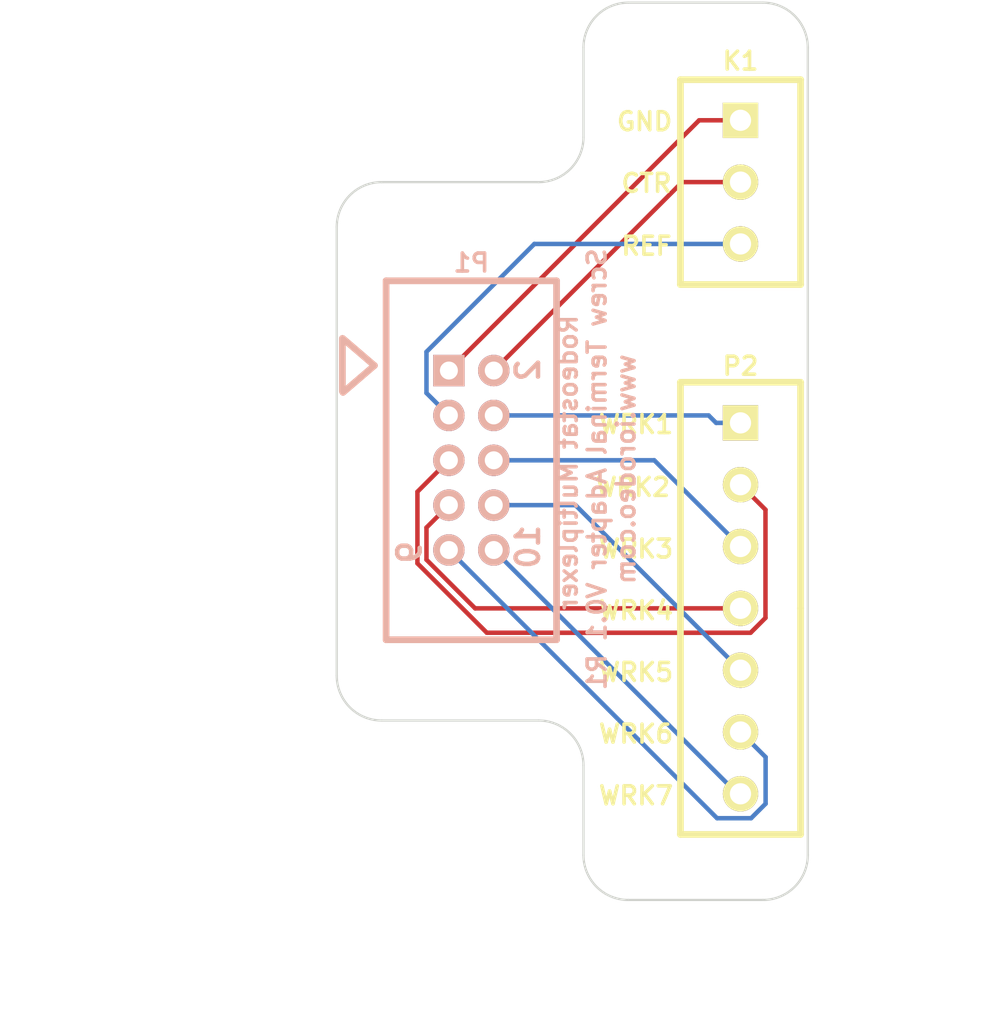
<source format=kicad_pcb>
(kicad_pcb (version 3) (host pcbnew "(2013-jul-07)-stable")

  (general
    (links 10)
    (no_connects 0)
    (area 32.334288 50.736499 90.855713 101.663501)
    (thickness 1.6)
    (drawings 31)
    (tracks 33)
    (zones 0)
    (modules 3)
    (nets 11)
  )

  (page A3)
  (layers
    (15 F.Cu signal)
    (0 B.Cu signal)
    (16 B.Adhes user)
    (17 F.Adhes user)
    (18 B.Paste user)
    (19 F.Paste user)
    (20 B.SilkS user)
    (21 F.SilkS user)
    (22 B.Mask user)
    (23 F.Mask user)
    (24 Dwgs.User user)
    (25 Cmts.User user)
    (26 Eco1.User user)
    (27 Eco2.User user)
    (28 Edge.Cuts user)
  )

  (setup
    (last_trace_width 0.254)
    (trace_clearance 0.254)
    (zone_clearance 0.508)
    (zone_45_only no)
    (trace_min 0.254)
    (segment_width 0.2)
    (edge_width 0.127)
    (via_size 0.889)
    (via_drill 0.635)
    (via_min_size 0.889)
    (via_min_drill 0.508)
    (uvia_size 0.508)
    (uvia_drill 0.127)
    (uvias_allowed no)
    (uvia_min_size 0.508)
    (uvia_min_drill 0.127)
    (pcb_text_width 0.2032)
    (pcb_text_size 1.016 1.016)
    (mod_edge_width 0.15)
    (mod_text_size 1 1)
    (mod_text_width 0.15)
    (pad_size 1.5 1.5)
    (pad_drill 0.6)
    (pad_to_mask_clearance 0)
    (aux_axis_origin 0 0)
    (visible_elements FFFFFFBF)
    (pcbplotparams
      (layerselection 284196865)
      (usegerberextensions true)
      (excludeedgelayer true)
      (linewidth 0.150000)
      (plotframeref false)
      (viasonmask false)
      (mode 1)
      (useauxorigin false)
      (hpglpennumber 1)
      (hpglpenspeed 20)
      (hpglpendiameter 15)
      (hpglpenoverlay 2)
      (psnegative false)
      (psa4output false)
      (plotreference true)
      (plotvalue true)
      (plotothertext true)
      (plotinvisibletext false)
      (padsonsilk false)
      (subtractmaskfromsilk false)
      (outputformat 1)
      (mirror false)
      (drillshape 0)
      (scaleselection 1)
      (outputdirectory gerber_v0p1/))
  )

  (net 0 "")
  (net 1 /CTR_SW)
  (net 2 /GND)
  (net 3 /REF_SW)
  (net 4 /WRK_1)
  (net 5 /WRK_2)
  (net 6 /WRK_3)
  (net 7 /WRK_4)
  (net 8 /WRK_5)
  (net 9 /WRK_6)
  (net 10 /WRK_7)

  (net_class Default "This is the default net class."
    (clearance 0.254)
    (trace_width 0.254)
    (via_dia 0.889)
    (via_drill 0.635)
    (uvia_dia 0.508)
    (uvia_drill 0.127)
    (add_net "")
    (add_net /CTR_SW)
    (add_net /GND)
    (add_net /REF_SW)
    (add_net /WRK_1)
    (add_net /WRK_2)
    (add_net /WRK_3)
    (add_net /WRK_4)
    (add_net /WRK_5)
    (add_net /WRK_6)
    (add_net /WRK_7)
  )

  (module CONNBLOCK7 (layer F.Cu) (tedit 5C3EAD95) (tstamp 5C3EAAA9)
    (at 73.66 85.09 270)
    (path /5C3EA415)
    (fp_text reference P2 (at -13.716 0 360) (layer F.SilkS)
      (effects (font (size 1.016 1.016) (thickness 0.2032)))
    )
    (fp_text value CONN_7 (at 0.1 5 270) (layer F.SilkS) hide
      (effects (font (size 1 1) (thickness 0.15)))
    )
    (fp_line (start 0 -3.4) (end -12.8 -3.4) (layer F.SilkS) (width 0.381))
    (fp_line (start -12.8 -3.4) (end -12.8 3.4) (layer F.SilkS) (width 0.381))
    (fp_line (start -12.8 3.4) (end 12.8 3.4) (layer F.SilkS) (width 0.381))
    (fp_line (start 12.8 3.4) (end 12.8 -3.4) (layer F.SilkS) (width 0.381))
    (fp_line (start 12.8 -3.4) (end 0 -3.4) (layer F.SilkS) (width 0.381))
    (pad 1 thru_hole rect (at -10.5 0 270) (size 2 2) (drill 1.2)
      (layers *.Cu *.Mask F.SilkS)
      (net 4 /WRK_1)
    )
    (pad 2 thru_hole circle (at -7 0 270) (size 2 2) (drill 1.2)
      (layers *.Cu *.Mask F.SilkS)
      (net 5 /WRK_2)
    )
    (pad 3 thru_hole circle (at -3.5 0 270) (size 2 2) (drill 1.2)
      (layers *.Cu *.Mask F.SilkS)
      (net 6 /WRK_3)
    )
    (pad 4 thru_hole circle (at 0 0 270) (size 2 2) (drill 1.2)
      (layers *.Cu *.Mask F.SilkS)
      (net 7 /WRK_4)
    )
    (pad 5 thru_hole circle (at 3.5 0 270) (size 2 2) (drill 1.2)
      (layers *.Cu *.Mask F.SilkS)
      (net 8 /WRK_5)
    )
    (pad 6 thru_hole circle (at 7 0 270) (size 2 2) (drill 1.2)
      (layers *.Cu *.Mask F.SilkS)
      (net 9 /WRK_6)
    )
    (pad 7 thru_hole circle (at 10.5 0 270) (size 2 2) (drill 1.2)
      (layers *.Cu *.Mask F.SilkS)
      (net 10 /WRK_7)
    )
  )

  (module CONNBLOCK3 (layer F.Cu) (tedit 5C3EAD78) (tstamp 5C3EAAB4)
    (at 73.66 60.96 270)
    (path /5C3EA406)
    (fp_text reference K1 (at -6.858 0 360) (layer F.SilkS)
      (effects (font (size 1.016 1.016) (thickness 0.2032)))
    )
    (fp_text value CONN_3 (at -0.20066 -5.40004 270) (layer F.SilkS) hide
      (effects (font (size 1.524 1.524) (thickness 0.3048)))
    )
    (fp_line (start -5.79882 -3.40106) (end -5.79882 3.40106) (layer F.SilkS) (width 0.381))
    (fp_line (start -5.79882 3.40106) (end 5.79882 3.40106) (layer F.SilkS) (width 0.381))
    (fp_line (start 5.79882 3.40106) (end 5.79882 -3.40106) (layer F.SilkS) (width 0.381))
    (fp_line (start 5.79882 -3.40106) (end -5.79882 -3.40106) (layer F.SilkS) (width 0.381))
    (pad 2 thru_hole circle (at 0 0 270) (size 2 2) (drill 1.2)
      (layers *.Cu *.Mask F.SilkS)
      (net 1 /CTR_SW)
    )
    (pad 1 thru_hole rect (at -3.50012 0 270) (size 2 2) (drill 1.2)
      (layers *.Cu *.Mask F.SilkS)
      (net 2 /GND)
    )
    (pad 3 thru_hole circle (at 3.50012 0 270) (size 2 2) (drill 1.2)
      (layers *.Cu *.Mask F.SilkS)
      (net 3 /REF_SW)
    )
  )

  (module 5X2_SHRD_HEADER_FEMALE (layer B.Cu) (tedit 5C3EADAB) (tstamp 5C3EABFB)
    (at 58.42 76.2 90)
    (path /5C3EA35D)
    (fp_text reference P1 (at 10.668 0 180) (layer B.SilkS)
      (effects (font (size 1.016 1.016) (thickness 0.2032)) (justify mirror))
    )
    (fp_text value CONN_5X2 (at -5.842 -6.604 90) (layer B.SilkS) hide
      (effects (font (size 1.524 1.524) (thickness 0.3048)) (justify mirror))
    )
    (fp_line (start 9.652 4.826) (end -10.668 4.826) (layer B.SilkS) (width 0.381))
    (fp_line (start -10.668 4.826) (end -10.668 -4.826) (layer B.SilkS) (width 0.381))
    (fp_line (start -10.668 -4.826) (end 9.652 -4.826) (layer B.SilkS) (width 0.381))
    (fp_line (start 9.652 -4.826) (end 9.652 4.826) (layer B.SilkS) (width 0.381))
    (fp_line (start 6.39318 -7.29996) (end 3.3909 -7.29996) (layer B.SilkS) (width 0.381))
    (fp_text user 10 (at -5.40766 3.2004 90) (layer B.SilkS)
      (effects (font (size 1.27 1.27) (thickness 0.254)) (justify mirror))
    )
    (fp_text user 9 (at -5.70738 -3.50012 90) (layer B.SilkS)
      (effects (font (size 1.27 1.27) (thickness 0.254)) (justify mirror))
    )
    (fp_text user 2 (at 4.59232 3.2004 90) (layer B.SilkS)
      (effects (font (size 1.27 1.27) (thickness 0.254)) (justify mirror))
    )
    (fp_line (start 4.85648 -5.48894) (end 6.38048 -7.26694) (layer B.SilkS) (width 0.381))
    (fp_line (start 3.33248 -7.2644) (end 4.85648 -5.4864) (layer B.SilkS) (width 0.381))
    (pad 1 thru_hole rect (at 4.572 -1.27 270) (size 1.778 1.778) (drill 1.016)
      (layers *.Cu *.Mask B.SilkS)
      (net 2 /GND)
    )
    (pad 2 thru_hole circle (at 4.572 1.27 270) (size 1.778 1.778) (drill 1.016)
      (layers *.Cu *.Mask B.SilkS)
      (net 1 /CTR_SW)
    )
    (pad 3 thru_hole circle (at 2.032 -1.27 270) (size 1.778 1.778) (drill 1.016)
      (layers *.Cu *.Mask B.SilkS)
      (net 3 /REF_SW)
    )
    (pad 4 thru_hole circle (at 2.032 1.27 270) (size 1.778 1.778) (drill 1.016)
      (layers *.Cu *.Mask B.SilkS)
      (net 4 /WRK_1)
    )
    (pad 5 thru_hole circle (at -0.508 -1.27 270) (size 1.778 1.778) (drill 1.016)
      (layers *.Cu *.Mask B.SilkS)
      (net 5 /WRK_2)
    )
    (pad 6 thru_hole circle (at -0.508 1.27 270) (size 1.778 1.778) (drill 1.016)
      (layers *.Cu *.Mask B.SilkS)
      (net 6 /WRK_3)
    )
    (pad 7 thru_hole circle (at -3.048 -1.27 270) (size 1.778 1.778) (drill 1.016)
      (layers *.Cu *.Mask B.SilkS)
      (net 7 /WRK_4)
    )
    (pad 8 thru_hole circle (at -3.048 1.27 270) (size 1.778 1.778) (drill 1.016)
      (layers *.Cu *.Mask B.SilkS)
      (net 8 /WRK_5)
    )
    (pad 9 thru_hole circle (at -5.588 -1.27 270) (size 1.778 1.778) (drill 1.016)
      (layers *.Cu *.Mask B.SilkS)
      (net 9 /WRK_6)
    )
    (pad 10 thru_hole circle (at -5.588 1.27 270) (size 1.778 1.778) (drill 1.016)
      (layers *.Cu *.Mask B.SilkS)
      (net 10 /WRK_7)
    )
  )

  (dimension 26.67 (width 0.2032) (layer Dwgs.User)
    (gr_text "1.0500 in" (at 64.135 108.864399) (layer Dwgs.User)
      (effects (font (size 1.016 1.016) (thickness 0.2032)))
    )
    (feature1 (pts (xy 77.47 88.392) (xy 77.47 109.778799)))
    (feature2 (pts (xy 50.8 88.392) (xy 50.8 109.778799)))
    (crossbar (pts (xy 50.8 107.949999) (xy 77.47 107.949999)))
    (arrow1a (pts (xy 77.47 107.949999) (xy 76.343497 108.536419)))
    (arrow1b (pts (xy 77.47 107.949999) (xy 76.343497 107.363579)))
    (arrow2a (pts (xy 50.8 107.949999) (xy 51.926503 108.536419)))
    (arrow2b (pts (xy 50.8 107.949999) (xy 51.926503 107.363579)))
  )
  (gr_text WRK7 (at 65.532 95.6945) (layer F.SilkS)
    (effects (font (size 1.016 1.016) (thickness 0.2032)) (justify left))
  )
  (gr_text WRK6 (at 65.532 92.202) (layer F.SilkS)
    (effects (font (size 1.016 1.016) (thickness 0.2032)) (justify left))
  )
  (gr_text WRK5 (at 65.532 88.7095) (layer F.SilkS)
    (effects (font (size 1.016 1.016) (thickness 0.2032)) (justify left))
  )
  (gr_text WRK4 (at 65.532 85.217) (layer F.SilkS)
    (effects (font (size 1.016 1.016) (thickness 0.2032)) (justify left))
  )
  (gr_text WRK3 (at 65.532 81.7245) (layer F.SilkS)
    (effects (font (size 1.016 1.016) (thickness 0.2032)) (justify left))
  )
  (gr_text WRK2 (at 67.564 78.232) (layer F.SilkS)
    (effects (font (size 1.016 1.016) (thickness 0.2032)))
  )
  (gr_text WRK1 (at 65.532 74.676) (layer F.SilkS)
    (effects (font (size 1.016 1.016) (thickness 0.2032)) (justify left))
  )
  (gr_text REF (at 66.802 64.5795) (layer F.SilkS)
    (effects (font (size 1.016 1.016) (thickness 0.2032)) (justify left))
  )
  (gr_text CTR (at 66.802 61.0235) (layer F.SilkS)
    (effects (font (size 1.016 1.016) (thickness 0.2032)) (justify left))
  )
  (gr_text GND (at 66.548 57.531) (layer F.SilkS)
    (effects (font (size 1.016 1.016) (thickness 0.2032)) (justify left))
  )
  (gr_text "Rodeostat Multiplexer \nScrew Terminal Adapter V0.1 R1\nwww.iorodeo.com" (at 65.532 77.216 90) (layer B.SilkS)
    (effects (font (size 1.016 1.016) (thickness 0.2032)) (justify mirror))
  )
  (dimension 6.35 (width 0.3) (layer Dwgs.User)
    (gr_text "0.2500 in" (at 53.975 100.155999) (layer Dwgs.User)
      (effects (font (size 1.5 1.5) (thickness 0.3)))
    )
    (feature1 (pts (xy 50.8 71.628) (xy 50.8 101.505999)))
    (feature2 (pts (xy 57.15 71.628) (xy 57.15 101.505999)))
    (crossbar (pts (xy 57.15 98.805999) (xy 50.8 98.805999)))
    (arrow1a (pts (xy 50.8 98.805999) (xy 51.926503 98.219579)))
    (arrow1b (pts (xy 50.8 98.805999) (xy 51.926503 99.392419)))
    (arrow2a (pts (xy 57.15 98.805999) (xy 56.023497 98.219579)))
    (arrow2b (pts (xy 57.15 98.805999) (xy 56.023497 99.392419)))
  )
  (gr_line (start 64.77 93.98) (end 64.77 99.06) (angle 90) (layer Edge.Cuts) (width 0.127))
  (gr_line (start 64.77 53.34) (end 64.77 58.42) (angle 90) (layer Edge.Cuts) (width 0.127))
  (gr_line (start 53.34 60.96) (end 62.23 60.96) (angle 90) (layer Edge.Cuts) (width 0.127))
  (gr_line (start 53.34 91.44) (end 62.23 91.44) (angle 90) (layer Edge.Cuts) (width 0.127))
  (gr_line (start 50.8 63.5) (end 50.8 88.9) (angle 90) (layer Edge.Cuts) (width 0.127))
  (gr_arc (start 62.23 93.98) (end 62.23 91.44) (angle 90) (layer Edge.Cuts) (width 0.127))
  (gr_arc (start 53.34 88.9) (end 53.34 91.44) (angle 90) (layer Edge.Cuts) (width 0.127))
  (gr_arc (start 62.23 58.42) (end 64.77 58.42) (angle 90) (layer Edge.Cuts) (width 0.127))
  (gr_arc (start 53.34 63.5) (end 50.8 63.5) (angle 90) (layer Edge.Cuts) (width 0.127))
  (dimension 30.48 (width 0.3) (layer Dwgs.User)
    (gr_text "1.2000 in" (at 38.020001 76.199999 270) (layer Dwgs.User)
      (effects (font (size 1.5 1.5) (thickness 0.3)))
    )
    (feature1 (pts (xy 53.34 91.44) (xy 36.670001 91.439999)))
    (feature2 (pts (xy 53.34 60.96) (xy 36.670001 60.959999)))
    (crossbar (pts (xy 39.370001 60.959999) (xy 39.370001 91.439999)))
    (arrow1a (pts (xy 39.370001 91.439999) (xy 38.783581 90.313496)))
    (arrow1b (pts (xy 39.370001 91.439999) (xy 39.956421 90.313496)))
    (arrow2a (pts (xy 39.370001 60.959999) (xy 38.783581 62.086502)))
    (arrow2b (pts (xy 39.370001 60.959999) (xy 39.956421 62.086502)))
  )
  (gr_line (start 67.31 101.6) (end 74.93 101.6) (angle 90) (layer Edge.Cuts) (width 0.127))
  (gr_line (start 74.93 50.8) (end 67.31 50.8) (angle 90) (layer Edge.Cuts) (width 0.127))
  (gr_arc (start 67.31 99.06) (end 67.31 101.6) (angle 90) (layer Edge.Cuts) (width 0.127))
  (gr_arc (start 67.31 53.34) (end 64.77 53.34) (angle 90) (layer Edge.Cuts) (width 0.127))
  (gr_line (start 77.47 53.34) (end 77.47 99.06) (angle 90) (layer Edge.Cuts) (width 0.127))
  (dimension 50.8 (width 0.3) (layer Dwgs.User)
    (gr_text "2.0000 in" (at 85.169998 76.2 270) (layer Dwgs.User)
      (effects (font (size 1.5 1.5) (thickness 0.3)))
    )
    (feature1 (pts (xy 77.47 101.6) (xy 86.519998 101.6)))
    (feature2 (pts (xy 77.47 50.8) (xy 86.519998 50.8)))
    (crossbar (pts (xy 83.819998 50.8) (xy 83.819998 101.6)))
    (arrow1a (pts (xy 83.819998 101.6) (xy 83.233578 100.473497)))
    (arrow1b (pts (xy 83.819998 101.6) (xy 84.406418 100.473497)))
    (arrow2a (pts (xy 83.819998 50.8) (xy 83.233578 51.926503)))
    (arrow2b (pts (xy 83.819998 50.8) (xy 84.406418 51.926503)))
  )
  (gr_arc (start 74.93 99.06) (end 77.47 99.06) (angle 90) (layer Edge.Cuts) (width 0.127))
  (gr_arc (start 74.93 53.34) (end 74.93 50.8) (angle 90) (layer Edge.Cuts) (width 0.127))

  (segment (start 70.358 60.96) (end 73.66 60.96) (width 0.254) (layer F.Cu) (net 1))
  (segment (start 59.69 71.628) (end 70.358 60.96) (width 0.254) (layer F.Cu) (net 1))
  (segment (start 71.3181 57.4599) (end 73.66 57.4599) (width 0.254) (layer F.Cu) (net 2))
  (segment (start 57.15 71.628) (end 71.3181 57.4599) (width 0.254) (layer F.Cu) (net 2))
  (segment (start 61.9885 64.4601) (end 73.66 64.4601) (width 0.254) (layer B.Cu) (net 3))
  (segment (start 55.8796 70.569) (end 61.9885 64.4601) (width 0.254) (layer B.Cu) (net 3))
  (segment (start 55.8796 72.8976) (end 55.8796 70.569) (width 0.254) (layer B.Cu) (net 3))
  (segment (start 57.15 74.168) (end 55.8796 72.8976) (width 0.254) (layer B.Cu) (net 3))
  (segment (start 71.8567 74.168) (end 72.2787 74.59) (width 0.254) (layer B.Cu) (net 4))
  (segment (start 59.69 74.168) (end 71.8567 74.168) (width 0.254) (layer B.Cu) (net 4))
  (segment (start 73.66 74.59) (end 72.2787 74.59) (width 0.254) (layer B.Cu) (net 4))
  (segment (start 75.0745 79.5045) (end 73.66 78.09) (width 0.254) (layer F.Cu) (net 5))
  (segment (start 75.0745 85.6295) (end 75.0745 79.5045) (width 0.254) (layer F.Cu) (net 5))
  (segment (start 74.2319 86.4721) (end 75.0745 85.6295) (width 0.254) (layer F.Cu) (net 5))
  (segment (start 59.298 86.4721) (end 74.2319 86.4721) (width 0.254) (layer F.Cu) (net 5))
  (segment (start 55.3686 82.5427) (end 59.298 86.4721) (width 0.254) (layer F.Cu) (net 5))
  (segment (start 55.3686 78.4894) (end 55.3686 82.5427) (width 0.254) (layer F.Cu) (net 5))
  (segment (start 57.15 76.708) (end 55.3686 78.4894) (width 0.254) (layer F.Cu) (net 5))
  (segment (start 68.778 76.708) (end 73.66 81.59) (width 0.254) (layer B.Cu) (net 6))
  (segment (start 59.69 76.708) (end 68.778 76.708) (width 0.254) (layer B.Cu) (net 6))
  (segment (start 58.6349 85.09) (end 73.66 85.09) (width 0.254) (layer F.Cu) (net 7))
  (segment (start 55.8796 82.3347) (end 58.6349 85.09) (width 0.254) (layer F.Cu) (net 7))
  (segment (start 55.8796 80.5184) (end 55.8796 82.3347) (width 0.254) (layer F.Cu) (net 7))
  (segment (start 57.15 79.248) (end 55.8796 80.5184) (width 0.254) (layer F.Cu) (net 7))
  (segment (start 64.318 79.248) (end 73.66 88.59) (width 0.254) (layer B.Cu) (net 8))
  (segment (start 59.69 79.248) (end 64.318 79.248) (width 0.254) (layer B.Cu) (net 8))
  (segment (start 75.0815 93.5115) (end 73.66 92.09) (width 0.254) (layer B.Cu) (net 9))
  (segment (start 75.0815 96.1512) (end 75.0815 93.5115) (width 0.254) (layer B.Cu) (net 9))
  (segment (start 74.2606 96.9721) (end 75.0815 96.1512) (width 0.254) (layer B.Cu) (net 9))
  (segment (start 72.3341 96.9721) (end 74.2606 96.9721) (width 0.254) (layer B.Cu) (net 9))
  (segment (start 57.15 81.788) (end 72.3341 96.9721) (width 0.254) (layer B.Cu) (net 9))
  (segment (start 73.492 95.59) (end 73.66 95.59) (width 0.254) (layer B.Cu) (net 10))
  (segment (start 59.69 81.788) (end 73.492 95.59) (width 0.254) (layer B.Cu) (net 10))

)

</source>
